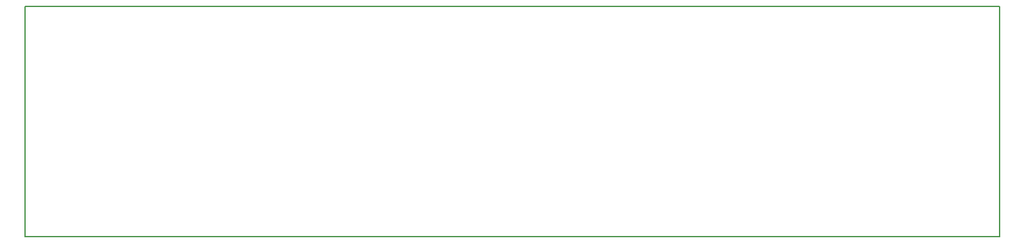
<source format=gm1>
G04 #@! TF.FileFunction,Profile,NP*
%FSLAX46Y46*%
G04 Gerber Fmt 4.6, Leading zero omitted, Abs format (unit mm)*
G04 Created by KiCad (PCBNEW 4.0.5) date 07/18/17 15:03:40*
%MOMM*%
%LPD*%
G01*
G04 APERTURE LIST*
%ADD10C,0.100000*%
%ADD11C,0.150000*%
G04 APERTURE END LIST*
D10*
D11*
X84251100Y-120243600D02*
X212751100Y-120243600D01*
X212751100Y-120243600D02*
X212751100Y-89763600D01*
X212751100Y-89763600D02*
X84251100Y-89763600D01*
X84251100Y-89763600D02*
X84251100Y-120243600D01*
M02*

</source>
